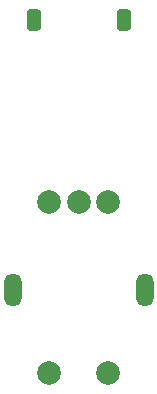
<source format=gbr>
%TF.GenerationSoftware,KiCad,Pcbnew,(6.0.5)*%
%TF.CreationDate,2022-08-05T18:45:46+09:00*%
%TF.ProjectId,ergotonic_f24_exre,6572676f-746f-46e6-9963-5f6632345f65,rev?*%
%TF.SameCoordinates,Original*%
%TF.FileFunction,Copper,L2,Bot*%
%TF.FilePolarity,Positive*%
%FSLAX46Y46*%
G04 Gerber Fmt 4.6, Leading zero omitted, Abs format (unit mm)*
G04 Created by KiCad (PCBNEW (6.0.5)) date 2022-08-05 18:45:46*
%MOMM*%
%LPD*%
G01*
G04 APERTURE LIST*
G04 Aperture macros list*
%AMRoundRect*
0 Rectangle with rounded corners*
0 $1 Rounding radius*
0 $2 $3 $4 $5 $6 $7 $8 $9 X,Y pos of 4 corners*
0 Add a 4 corners polygon primitive as box body*
4,1,4,$2,$3,$4,$5,$6,$7,$8,$9,$2,$3,0*
0 Add four circle primitives for the rounded corners*
1,1,$1+$1,$2,$3*
1,1,$1+$1,$4,$5*
1,1,$1+$1,$6,$7*
1,1,$1+$1,$8,$9*
0 Add four rect primitives between the rounded corners*
20,1,$1+$1,$2,$3,$4,$5,0*
20,1,$1+$1,$4,$5,$6,$7,0*
20,1,$1+$1,$6,$7,$8,$9,0*
20,1,$1+$1,$8,$9,$2,$3,0*%
G04 Aperture macros list end*
%TA.AperFunction,ComponentPad*%
%ADD10C,2.000000*%
%TD*%
%TA.AperFunction,ComponentPad*%
%ADD11O,1.500000X2.800000*%
%TD*%
%TA.AperFunction,ComponentPad*%
%ADD12RoundRect,0.249600X-0.350400X-0.650400X0.350400X-0.650400X0.350400X0.650400X-0.350400X0.650400X0*%
%TD*%
G04 APERTURE END LIST*
D10*
%TO.P,REX1,A,A*%
%TO.N,ENC_A*%
X2500000Y-88500000D03*
%TO.P,REX1,B,B*%
%TO.N,ENC_B*%
X-2500000Y-88500000D03*
%TO.P,REX1,C,C*%
%TO.N,GND*%
X0Y-88500000D03*
D11*
%TO.P,REX1,MP*%
%TO.N,N/C*%
X5600000Y-96000000D03*
X-5600000Y-96000000D03*
D10*
%TO.P,REX1,S1,S1*%
%TO.N,ENC_PUSH*%
X-2500000Y-103000000D03*
%TO.P,REX1,S2,S2*%
%TO.N,GND*%
X2500000Y-103000000D03*
%TD*%
D12*
%TO.P,JX1,MP*%
%TO.N,N/C*%
X-3800000Y-73100000D03*
X3800000Y-73100000D03*
%TD*%
M02*

</source>
